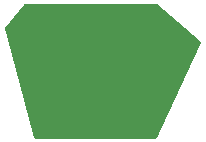
<source format=gbr>
G04 #@! TF.GenerationSoftware,KiCad,Pcbnew,5.1.5-52549c5~84~ubuntu18.04.1*
G04 #@! TF.CreationDate,2020-02-06T20:48:50-05:00*
G04 #@! TF.ProjectId,led_indicator,6c65645f-696e-4646-9963-61746f722e6b,rev?*
G04 #@! TF.SameCoordinates,Original*
G04 #@! TF.FileFunction,Copper,L2,Bot*
G04 #@! TF.FilePolarity,Positive*
%FSLAX46Y46*%
G04 Gerber Fmt 4.6, Leading zero omitted, Abs format (unit mm)*
G04 Created by KiCad (PCBNEW 5.1.5-52549c5~84~ubuntu18.04.1) date 2020-02-06 20:48:50*
%MOMM*%
%LPD*%
G04 APERTURE LIST*
%ADD10C,0.800000*%
%ADD11C,0.254000*%
G04 APERTURE END LIST*
D10*
X181650000Y-91500000D03*
X177100000Y-91500000D03*
X174600000Y-93800000D03*
X176050000Y-94150000D03*
X177550000Y-94150000D03*
X178850000Y-94150000D03*
X180050000Y-94100000D03*
X181450000Y-94100000D03*
X182750000Y-94150000D03*
X184050000Y-94150000D03*
X185250000Y-94100000D03*
X186450000Y-94500000D03*
X173400000Y-93650000D03*
X175100000Y-95150000D03*
X175300000Y-96450000D03*
X176600000Y-97800000D03*
X177850000Y-97850000D03*
X179800000Y-97750000D03*
X179750000Y-96700000D03*
X179850000Y-95500000D03*
X180950000Y-97950000D03*
X182300000Y-97850000D03*
X184350000Y-95650000D03*
X178200000Y-91450000D03*
X176000000Y-91250000D03*
X179250000Y-91450000D03*
X180400000Y-91500000D03*
X182750000Y-91550000D03*
X183750000Y-91450000D03*
X184450000Y-90400000D03*
X184850000Y-89400000D03*
X179750000Y-89200000D03*
X179700000Y-90450000D03*
D11*
G36*
X188163418Y-91806386D02*
G01*
X184366846Y-99859723D01*
X174258131Y-99840943D01*
X171823197Y-90652518D01*
X173417212Y-88660000D01*
X184457609Y-88660000D01*
X188163418Y-91806386D01*
G37*
X188163418Y-91806386D02*
X184366846Y-99859723D01*
X174258131Y-99840943D01*
X171823197Y-90652518D01*
X173417212Y-88660000D01*
X184457609Y-88660000D01*
X188163418Y-91806386D01*
M02*

</source>
